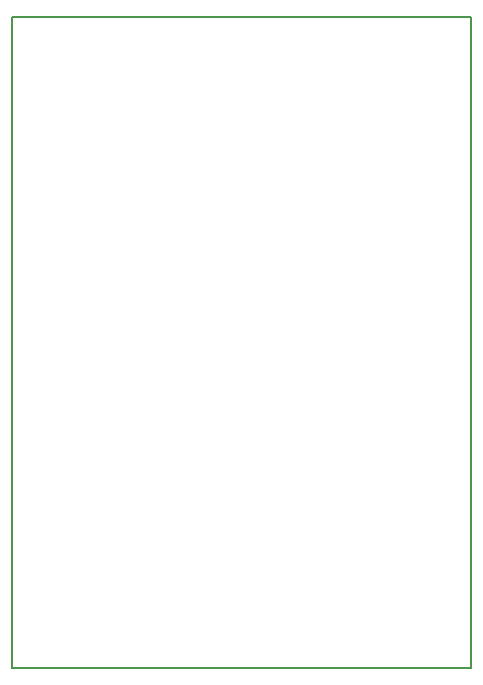
<source format=gbr>
G04 #@! TF.FileFunction,Profile,NP*
%FSLAX46Y46*%
G04 Gerber Fmt 4.6, Leading zero omitted, Abs format (unit mm)*
G04 Created by KiCad (PCBNEW 4.0.2-4+6225~38~ubuntu14.04.1-stable) date Tue 01 Mar 2016 05:51:26 PM CST*
%MOMM*%
G01*
G04 APERTURE LIST*
%ADD10C,0.100000*%
%ADD11C,0.127000*%
G04 APERTURE END LIST*
D10*
D11*
X184023000Y-90805000D02*
X184023000Y-90932000D01*
X145161000Y-90805000D02*
X184023000Y-90805000D01*
X145161000Y-145923000D02*
X145161000Y-90805000D01*
X184023000Y-145923000D02*
X145161000Y-145923000D01*
X184023000Y-90932000D02*
X184023000Y-145923000D01*
M02*

</source>
